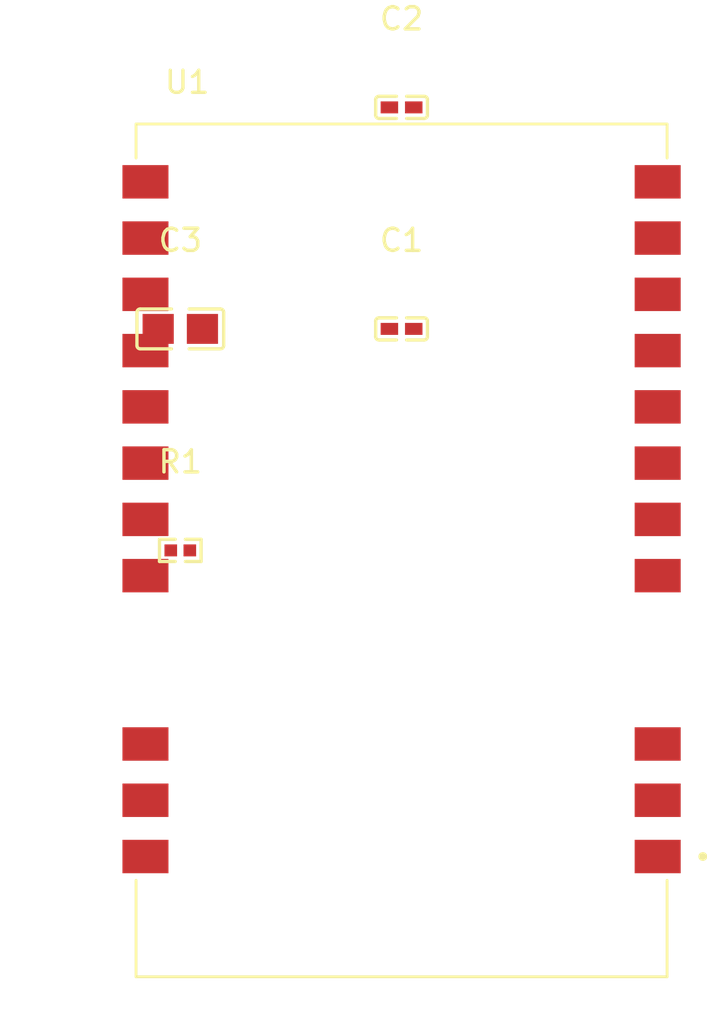
<source format=kicad_pcb>
(kicad_pcb (version 20241229) (generator "atopile") (generator_version "0.12.4")
  (layers (0 "F.Cu" signal) (31 "B.Cu" signal) (34 "B.Paste" user) (35 "F.Paste" user) (36 "B.SilkS" user "B.Silkscreen") (37 "F.SilkS" user "F.Silkscreen") (38 "B.Mask" user) (39 "F.Mask" user) (44 "Edge.Cuts" user))
  (net 0 "")
  (net 1 "antenna-line")
  (net 2 "nss-line")
  (net 3 "SCLK")
  (net 4 "MISO")
  (net 5 "dio1-line")
  (net 6 "MOSI")
  (net 7 "txen-line")
  (net 8 "reset-line")
  (net 9 "VCC")
  (net 10 "dio2-line")
  (net 11 "busy-line")
  (net 12 "rxen-line")
  (net 13 "GND")
  (footprint "UNI_ROYAL_0402WGF1002TCE:R0402" (layer "F.Cu") (at 0 0 0)
    (property "Reference" "R1" (at 0 -4 0) (layer "F.SilkS") (hide no))
    (property "Value" "10kΩ ±1% 62.5mW")
    (fp_line (start -0.23 0.5) (end -0.94 0.5) (stroke (width 0.15)) (layer "F.SilkS"))
    (fp_line (start -0.94 0.5) (end -0.94 -0.5) (stroke (width 0.15)) (layer "F.SilkS"))
    (fp_line (start -0.94 -0.5) (end -0.23 -0.5) (stroke (width 0.15)) (layer "F.SilkS"))
    (fp_line (start 0.23 0.5) (end 0.94 0.5) (stroke (width 0.15)) (layer "F.SilkS"))
    (fp_line (start 0.94 0.5) (end 0.94 -0.5) (stroke (width 0.15)) (layer "F.SilkS"))
    (fp_line (start 0.94 -0.5) (end 0.23 -0.5) (stroke (width 0.15)) (layer "F.SilkS"))
    (fp_text user "${REFERENCE}" (at 0 -4 0) (layer "F.SilkS"))
    (pad "2" smd rect (at 0.43 0 0) (size 0.57 0.54) (layers "F.Cu" "F.Paste" "F.Mask") (net 8 "reset-line"))
    (pad "1" smd rect (at -0.43 0 0) (size 0.57 0.54) (layers "F.Cu" "F.Paste" "F.Mask") (net 9 "VCC"))
  )
  (footprint "Samsung_Electro_Mechanics_CL21A106KAYNNNE:C0805" (layer "F.Cu") (at 0 -10 0)
    (property "Reference" "C3" (at 0 -4 0) (layer "F.SilkS") (hide no))
    (property "Value" "10µF ±10% 25V X5R")
    (fp_line (start 1.81 -0.9) (end 0.4 -0.9) (stroke (width 0.15)) (layer "F.SilkS"))
    (fp_line (start 0.4 0.9) (end 1.81 0.9) (stroke (width 0.15)) (layer "F.SilkS"))
    (fp_line (start 1.96 0.75) (end 1.96 -0.75) (stroke (width 0.15)) (layer "F.SilkS"))
    (fp_line (start -1.81 -0.9) (end -0.4 -0.9) (stroke (width 0.15)) (layer "F.SilkS"))
    (fp_line (start -0.4 0.9) (end -1.81 0.9) (stroke (width 0.15)) (layer "F.SilkS"))
    (fp_line (start -1.96 0.75) (end -1.96 -0.75) (stroke (width 0.15)) (layer "F.SilkS"))
    (fp_arc (start 1.96 0.75) (mid 1.9160660171779822 0.856066017177982) (end 1.81 0.8999999999999999) (stroke (width 0.15)) (layer "F.SilkS"))
    (fp_arc (start 1.81 -0.9) (mid 1.9160660171779822 -0.8560660171779821) (end 1.96 -0.75) (stroke (width 0.15)) (layer "F.SilkS"))
    (fp_arc (start -1.96 0.75) (mid -1.9160660171779822 0.856066017177982) (end -1.81 0.8999999999999999) (stroke (width 0.15)) (layer "F.SilkS"))
    (fp_arc (start -1.81 -0.9) (mid -1.9160660171779822 -0.8560660171779821) (end -1.96 -0.75) (stroke (width 0.15)) (layer "F.SilkS"))
    (fp_text user "${REFERENCE}" (at 0 -4 0) (layer "F.SilkS"))
    (pad "2" smd rect (at 1 0 0) (size 1.41 1.35) (layers "F.Cu" "F.Paste" "F.Mask") (net 13 "GND"))
    (pad "1" smd rect (at -1 0 0) (size 1.41 1.35) (layers "F.Cu" "F.Paste" "F.Mask") (net 9 "VCC"))
  )
  (footprint "E22-900M30S:E22-900M30S" (layer "F.Cu") (at 10 0 0)
    (property "Reference" "U1" (at -9.69 -21.135 0) (layer "F.SilkS") (hide no))
    (property "Value" "")
    (fp_line (start -12 -19.25) (end 12 -19.25) (stroke (width 0.127)) (layer "F.SilkS"))
    (fp_line (start -12 -17.715) (end -12 -19.25) (stroke (width 0.127)) (layer "F.SilkS"))
    (fp_line (start -12 19.25) (end -12 14.895) (stroke (width 0.127)) (layer "F.SilkS"))
    (fp_line (start 12 -19.25) (end 12 -17.715) (stroke (width 0.127)) (layer "F.SilkS"))
    (fp_line (start 12 19.25) (end -12 19.25) (stroke (width 0.127)) (layer "F.SilkS"))
    (fp_line (start 12 19.25) (end 12 14.895) (stroke (width 0.127)) (layer "F.SilkS"))
    (fp_circle (center 13.615 13.82) (end 13.715 13.82) (stroke (width 0.2)) (fill no) (layer "F.SilkS"))
    (pad "1" smd rect (at 11.575 13.82 0) (size 2.08 1.51) (layers "F.Cu" "F.Mask" "F.Paste") (net 13 "GND"))
    (pad "2" smd rect (at 11.575 11.28 0) (size 2.08 1.51) (layers "F.Cu" "F.Mask" "F.Paste") (net 13 "GND"))
    (pad "3" smd rect (at 11.575 8.74 0) (size 2.08 1.51) (layers "F.Cu" "F.Mask" "F.Paste") (net 13 "GND"))
    (pad "4" smd rect (at 11.575 1.14 0) (size 2.08 1.51) (layers "F.Cu" "F.Mask" "F.Paste") (net 13 "GND"))
    (pad "5" smd rect (at 11.575 -1.4 0) (size 2.08 1.51) (layers "F.Cu" "F.Mask" "F.Paste") (net 13 "GND"))
    (pad "6" smd rect (at 11.575 -3.94 0) (size 2.08 1.51) (layers "F.Cu" "F.Mask" "F.Paste") (net 12 "rxen-line"))
    (pad "7" smd rect (at 11.575 -6.48 0) (size 2.08 1.51) (layers "F.Cu" "F.Mask" "F.Paste") (net 7 "txen-line"))
    (pad "8" smd rect (at 11.575 -9.02 0) (size 2.08 1.51) (layers "F.Cu" "F.Mask" "F.Paste") (net 10 "dio2-line"))
    (pad "9" smd rect (at 11.575 -11.56 0) (size 2.08 1.51) (layers "F.Cu" "F.Mask" "F.Paste") (net 9 "VCC"))
    (pad "10" smd rect (at 11.575 -14.1 0) (size 2.08 1.51) (layers "F.Cu" "F.Mask" "F.Paste") (net 9 "VCC"))
    (pad "11" smd rect (at 11.575 -16.64 0) (size 2.08 1.51) (layers "F.Cu" "F.Mask" "F.Paste") (net 13 "GND"))
    (pad "12" smd rect (at -11.575 -16.64 0) (size 2.08 1.51) (layers "F.Cu" "F.Mask" "F.Paste") (net 13 "GND"))
    (pad "13" smd rect (at -11.575 -14.1 0) (size 2.08 1.51) (layers "F.Cu" "F.Mask" "F.Paste") (net 5 "dio1-line"))
    (pad "14" smd rect (at -11.575 -11.56 0) (size 2.08 1.51) (layers "F.Cu" "F.Mask" "F.Paste") (net 11 "busy-line"))
    (pad "15" smd rect (at -11.575 -9.02 0) (size 2.08 1.51) (layers "F.Cu" "F.Mask" "F.Paste") (net 8 "reset-line"))
    (pad "16" smd rect (at -11.575 -6.48 0) (size 2.08 1.51) (layers "F.Cu" "F.Mask" "F.Paste") (net 4 "MISO"))
    (pad "17" smd rect (at -11.575 -3.94 0) (size 2.08 1.51) (layers "F.Cu" "F.Mask" "F.Paste") (net 6 "MOSI"))
    (pad "18" smd rect (at -11.575 -1.4 0) (size 2.08 1.51) (layers "F.Cu" "F.Mask" "F.Paste") (net 3 "SCLK"))
    (pad "19" smd rect (at -11.575 1.14 0) (size 2.08 1.51) (layers "F.Cu" "F.Mask" "F.Paste") (net 2 "nss-line"))
    (pad "20" smd rect (at -11.575 8.74 0) (size 2.08 1.51) (layers "F.Cu" "F.Mask" "F.Paste") (net 13 "GND"))
    (pad "21" smd rect (at -11.575 11.28 0) (size 2.08 1.51) (layers "F.Cu" "F.Mask" "F.Paste") (net 1 "antenna-line"))
    (pad "22" smd rect (at -11.575 13.82 0) (size 2.08 1.51) (layers "F.Cu" "F.Mask" "F.Paste") (net 13 "GND"))
  )
  (footprint "FOJAN_FCC0402B104K160AT:C0402" (layer "F.Cu") (at 10 -10 0)
    (property "Reference" "C1" (at 0 -4 0) (layer "F.SilkS") (hide no))
    (property "Value" "100nF ±10% 16V X7R")
    (fp_line (start 1.02 -0.5) (end 0.23 -0.5) (stroke (width 0.15)) (layer "F.SilkS"))
    (fp_line (start 0.23 0.5) (end 1.02 0.5) (stroke (width 0.15)) (layer "F.SilkS"))
    (fp_line (start 1.17 0.35) (end 1.17 -0.35) (stroke (width 0.15)) (layer "F.SilkS"))
    (fp_line (start -1.02 -0.5) (end -0.23 -0.5) (stroke (width 0.15)) (layer "F.SilkS"))
    (fp_line (start -0.23 0.5) (end -1.02 0.5) (stroke (width 0.15)) (layer "F.SilkS"))
    (fp_line (start -1.17 0.35) (end -1.17 -0.35) (stroke (width 0.15)) (layer "F.SilkS"))
    (fp_arc (start 1.17 0.35) (mid 1.1260660171779822 0.456066017177982) (end 1.02 0.4999999999999999) (stroke (width 0.15)) (layer "F.SilkS"))
    (fp_arc (start 1.02 -0.5) (mid 1.1260660171779822 -0.4560660171779821) (end 1.17 -0.35) (stroke (width 0.15)) (layer "F.SilkS"))
    (fp_arc (start -1.17 0.35) (mid -1.1260660171779822 0.456066017177982) (end -1.02 0.4999999999999999) (stroke (width 0.15)) (layer "F.SilkS"))
    (fp_arc (start -1.02 -0.5) (mid -1.1260660171779822 -0.4560660171779821) (end -1.17 -0.35) (stroke (width 0.15)) (layer "F.SilkS"))
    (fp_text user "${REFERENCE}" (at 0 -4 0) (layer "F.SilkS"))
    (pad "2" smd rect (at 0.55 0 0) (size 0.79 0.54) (layers "F.Cu" "F.Paste" "F.Mask") (net 13 "GND"))
    (pad "1" smd rect (at -0.55 0 0) (size 0.79 0.54) (layers "F.Cu" "F.Paste" "F.Mask") (net 9 "VCC"))
  )
  (footprint "FOJAN_FCC0402B104K160AT:C0402" (layer "F.Cu") (at 10 -20 0)
    (property "Reference" "C2" (at 0 -4 0) (layer "F.SilkS") (hide no))
    (property "Value" "100nF ±10% 16V X7R")
    (fp_line (start 1.02 -0.5) (end 0.23 -0.5) (stroke (width 0.15)) (layer "F.SilkS"))
    (fp_line (start 0.23 0.5) (end 1.02 0.5) (stroke (width 0.15)) (layer "F.SilkS"))
    (fp_line (start 1.17 0.35) (end 1.17 -0.35) (stroke (width 0.15)) (layer "F.SilkS"))
    (fp_line (start -1.02 -0.5) (end -0.23 -0.5) (stroke (width 0.15)) (layer "F.SilkS"))
    (fp_line (start -0.23 0.5) (end -1.02 0.5) (stroke (width 0.15)) (layer "F.SilkS"))
    (fp_line (start -1.17 0.35) (end -1.17 -0.35) (stroke (width 0.15)) (layer "F.SilkS"))
    (fp_arc (start 1.17 0.35) (mid 1.1260660171779822 0.456066017177982) (end 1.02 0.4999999999999999) (stroke (width 0.15)) (layer "F.SilkS"))
    (fp_arc (start 1.02 -0.5) (mid 1.1260660171779822 -0.4560660171779821) (end 1.17 -0.35) (stroke (width 0.15)) (layer "F.SilkS"))
    (fp_arc (start -1.17 0.35) (mid -1.1260660171779822 0.456066017177982) (end -1.02 0.4999999999999999) (stroke (width 0.15)) (layer "F.SilkS"))
    (fp_arc (start -1.02 -0.5) (mid -1.1260660171779822 -0.4560660171779821) (end -1.17 -0.35) (stroke (width 0.15)) (layer "F.SilkS"))
    (fp_text user "${REFERENCE}" (at 0 -4 0) (layer "F.SilkS"))
    (pad "2" smd rect (at 0.55 0 0) (size 0.79 0.54) (layers "F.Cu" "F.Paste" "F.Mask") (net 13 "GND"))
    (pad "1" smd rect (at -0.55 0 0) (size 0.79 0.54) (layers "F.Cu" "F.Paste" "F.Mask") (net 9 "VCC"))
  )
)
</source>
